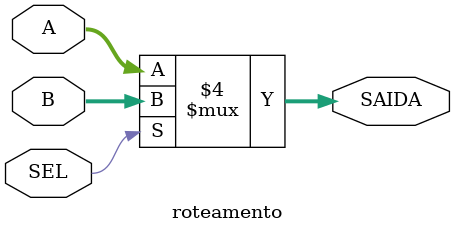
<source format=sv>
module roteamento(
  input logic [3:0] A, B, 
  input logic SEL,         
  output logic [3:0] SAIDA 
);
  always_comb begin
    if(SEL == 0)
      SAIDA <= A;
    else
      SAIDA <= B;
  end
endmodule
</source>
